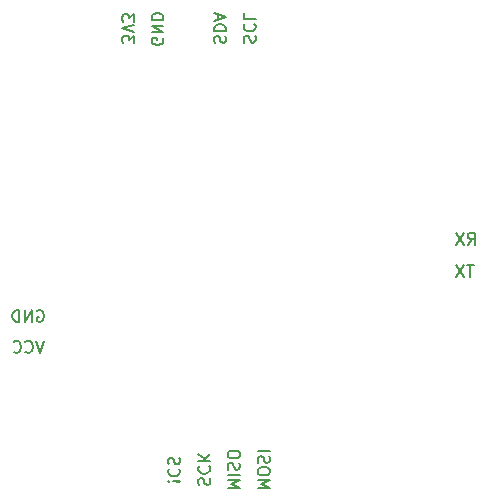
<source format=gbr>
G04 #@! TF.GenerationSoftware,KiCad,Pcbnew,(5.1.5)-3*
G04 #@! TF.CreationDate,2020-06-14T16:13:44+03:00*
G04 #@! TF.ProjectId,dev_board,6465765f-626f-4617-9264-2e6b69636164,rev?*
G04 #@! TF.SameCoordinates,Original*
G04 #@! TF.FileFunction,Legend,Bot*
G04 #@! TF.FilePolarity,Positive*
%FSLAX46Y46*%
G04 Gerber Fmt 4.6, Leading zero omitted, Abs format (unit mm)*
G04 Created by KiCad (PCBNEW (5.1.5)-3) date 2020-06-14 16:13:44*
%MOMM*%
%LPD*%
G04 APERTURE LIST*
%ADD10C,0.150000*%
G04 APERTURE END LIST*
D10*
X56347619Y-75271428D02*
X57347619Y-75271428D01*
X56633333Y-74938095D01*
X57347619Y-74604761D01*
X56347619Y-74604761D01*
X57347619Y-73938095D02*
X57347619Y-73747619D01*
X57300000Y-73652380D01*
X57204761Y-73557142D01*
X57014285Y-73509523D01*
X56680952Y-73509523D01*
X56490476Y-73557142D01*
X56395238Y-73652380D01*
X56347619Y-73747619D01*
X56347619Y-73938095D01*
X56395238Y-74033333D01*
X56490476Y-74128571D01*
X56680952Y-74176190D01*
X57014285Y-74176190D01*
X57204761Y-74128571D01*
X57300000Y-74033333D01*
X57347619Y-73938095D01*
X56395238Y-73128571D02*
X56347619Y-72985714D01*
X56347619Y-72747619D01*
X56395238Y-72652380D01*
X56442857Y-72604761D01*
X56538095Y-72557142D01*
X56633333Y-72557142D01*
X56728571Y-72604761D01*
X56776190Y-72652380D01*
X56823809Y-72747619D01*
X56871428Y-72938095D01*
X56919047Y-73033333D01*
X56966666Y-73080952D01*
X57061904Y-73128571D01*
X57157142Y-73128571D01*
X57252380Y-73080952D01*
X57300000Y-73033333D01*
X57347619Y-72938095D01*
X57347619Y-72700000D01*
X57300000Y-72557142D01*
X56347619Y-72128571D02*
X57347619Y-72128571D01*
X53797619Y-75271428D02*
X54797619Y-75271428D01*
X54083333Y-74938095D01*
X54797619Y-74604761D01*
X53797619Y-74604761D01*
X53797619Y-74128571D02*
X54797619Y-74128571D01*
X53845238Y-73700000D02*
X53797619Y-73557142D01*
X53797619Y-73319047D01*
X53845238Y-73223809D01*
X53892857Y-73176190D01*
X53988095Y-73128571D01*
X54083333Y-73128571D01*
X54178571Y-73176190D01*
X54226190Y-73223809D01*
X54273809Y-73319047D01*
X54321428Y-73509523D01*
X54369047Y-73604761D01*
X54416666Y-73652380D01*
X54511904Y-73700000D01*
X54607142Y-73700000D01*
X54702380Y-73652380D01*
X54750000Y-73604761D01*
X54797619Y-73509523D01*
X54797619Y-73271428D01*
X54750000Y-73128571D01*
X54797619Y-72509523D02*
X54797619Y-72319047D01*
X54750000Y-72223809D01*
X54654761Y-72128571D01*
X54464285Y-72080952D01*
X54130952Y-72080952D01*
X53940476Y-72128571D01*
X53845238Y-72223809D01*
X53797619Y-72319047D01*
X53797619Y-72509523D01*
X53845238Y-72604761D01*
X53940476Y-72700000D01*
X54130952Y-72747619D01*
X54464285Y-72747619D01*
X54654761Y-72700000D01*
X54750000Y-72604761D01*
X54797619Y-72509523D01*
X51345238Y-74985714D02*
X51297619Y-74842857D01*
X51297619Y-74604761D01*
X51345238Y-74509523D01*
X51392857Y-74461904D01*
X51488095Y-74414285D01*
X51583333Y-74414285D01*
X51678571Y-74461904D01*
X51726190Y-74509523D01*
X51773809Y-74604761D01*
X51821428Y-74795238D01*
X51869047Y-74890476D01*
X51916666Y-74938095D01*
X52011904Y-74985714D01*
X52107142Y-74985714D01*
X52202380Y-74938095D01*
X52250000Y-74890476D01*
X52297619Y-74795238D01*
X52297619Y-74557142D01*
X52250000Y-74414285D01*
X51392857Y-73414285D02*
X51345238Y-73461904D01*
X51297619Y-73604761D01*
X51297619Y-73700000D01*
X51345238Y-73842857D01*
X51440476Y-73938095D01*
X51535714Y-73985714D01*
X51726190Y-74033333D01*
X51869047Y-74033333D01*
X52059523Y-73985714D01*
X52154761Y-73938095D01*
X52250000Y-73842857D01*
X52297619Y-73700000D01*
X52297619Y-73604761D01*
X52250000Y-73461904D01*
X52202380Y-73414285D01*
X51297619Y-72985714D02*
X52297619Y-72985714D01*
X51297619Y-72414285D02*
X51869047Y-72842857D01*
X52297619Y-72414285D02*
X51726190Y-72985714D01*
X48842857Y-74676190D02*
X48795238Y-74628571D01*
X48747619Y-74676190D01*
X48795238Y-74723809D01*
X48842857Y-74676190D01*
X48747619Y-74676190D01*
X49128571Y-74676190D02*
X49700000Y-74723809D01*
X49747619Y-74676190D01*
X49700000Y-74628571D01*
X49128571Y-74676190D01*
X49747619Y-74676190D01*
X48842857Y-73628571D02*
X48795238Y-73676190D01*
X48747619Y-73819047D01*
X48747619Y-73914285D01*
X48795238Y-74057142D01*
X48890476Y-74152380D01*
X48985714Y-74200000D01*
X49176190Y-74247619D01*
X49319047Y-74247619D01*
X49509523Y-74200000D01*
X49604761Y-74152380D01*
X49700000Y-74057142D01*
X49747619Y-73914285D01*
X49747619Y-73819047D01*
X49700000Y-73676190D01*
X49652380Y-73628571D01*
X48795238Y-73247619D02*
X48747619Y-73104761D01*
X48747619Y-72866666D01*
X48795238Y-72771428D01*
X48842857Y-72723809D01*
X48938095Y-72676190D01*
X49033333Y-72676190D01*
X49128571Y-72723809D01*
X49176190Y-72771428D01*
X49223809Y-72866666D01*
X49271428Y-73057142D01*
X49319047Y-73152380D01*
X49366666Y-73200000D01*
X49461904Y-73247619D01*
X49557142Y-73247619D01*
X49652380Y-73200000D01*
X49700000Y-73152380D01*
X49747619Y-73057142D01*
X49747619Y-72819047D01*
X49700000Y-72676190D01*
X74611904Y-56352380D02*
X74040476Y-56352380D01*
X74326190Y-57352380D02*
X74326190Y-56352380D01*
X73802380Y-56352380D02*
X73135714Y-57352380D01*
X73135714Y-56352380D02*
X73802380Y-57352380D01*
X74116666Y-54652380D02*
X74450000Y-54176190D01*
X74688095Y-54652380D02*
X74688095Y-53652380D01*
X74307142Y-53652380D01*
X74211904Y-53700000D01*
X74164285Y-53747619D01*
X74116666Y-53842857D01*
X74116666Y-53985714D01*
X74164285Y-54080952D01*
X74211904Y-54128571D01*
X74307142Y-54176190D01*
X74688095Y-54176190D01*
X73783333Y-53652380D02*
X73116666Y-54652380D01*
X73116666Y-53652380D02*
X73783333Y-54652380D01*
X38233333Y-62802380D02*
X37900000Y-63802380D01*
X37566666Y-62802380D01*
X36661904Y-63707142D02*
X36709523Y-63754761D01*
X36852380Y-63802380D01*
X36947619Y-63802380D01*
X37090476Y-63754761D01*
X37185714Y-63659523D01*
X37233333Y-63564285D01*
X37280952Y-63373809D01*
X37280952Y-63230952D01*
X37233333Y-63040476D01*
X37185714Y-62945238D01*
X37090476Y-62850000D01*
X36947619Y-62802380D01*
X36852380Y-62802380D01*
X36709523Y-62850000D01*
X36661904Y-62897619D01*
X35661904Y-63707142D02*
X35709523Y-63754761D01*
X35852380Y-63802380D01*
X35947619Y-63802380D01*
X36090476Y-63754761D01*
X36185714Y-63659523D01*
X36233333Y-63564285D01*
X36280952Y-63373809D01*
X36280952Y-63230952D01*
X36233333Y-63040476D01*
X36185714Y-62945238D01*
X36090476Y-62850000D01*
X35947619Y-62802380D01*
X35852380Y-62802380D01*
X35709523Y-62850000D01*
X35661904Y-62897619D01*
X37661904Y-60250000D02*
X37757142Y-60202380D01*
X37900000Y-60202380D01*
X38042857Y-60250000D01*
X38138095Y-60345238D01*
X38185714Y-60440476D01*
X38233333Y-60630952D01*
X38233333Y-60773809D01*
X38185714Y-60964285D01*
X38138095Y-61059523D01*
X38042857Y-61154761D01*
X37900000Y-61202380D01*
X37804761Y-61202380D01*
X37661904Y-61154761D01*
X37614285Y-61107142D01*
X37614285Y-60773809D01*
X37804761Y-60773809D01*
X37185714Y-61202380D02*
X37185714Y-60202380D01*
X36614285Y-61202380D01*
X36614285Y-60202380D01*
X36138095Y-61202380D02*
X36138095Y-60202380D01*
X35900000Y-60202380D01*
X35757142Y-60250000D01*
X35661904Y-60345238D01*
X35614285Y-60440476D01*
X35566666Y-60630952D01*
X35566666Y-60773809D01*
X35614285Y-60964285D01*
X35661904Y-61059523D01*
X35757142Y-61154761D01*
X35900000Y-61202380D01*
X36138095Y-61202380D01*
X55195238Y-37540476D02*
X55147619Y-37397619D01*
X55147619Y-37159523D01*
X55195238Y-37064285D01*
X55242857Y-37016666D01*
X55338095Y-36969047D01*
X55433333Y-36969047D01*
X55528571Y-37016666D01*
X55576190Y-37064285D01*
X55623809Y-37159523D01*
X55671428Y-37350000D01*
X55719047Y-37445238D01*
X55766666Y-37492857D01*
X55861904Y-37540476D01*
X55957142Y-37540476D01*
X56052380Y-37492857D01*
X56100000Y-37445238D01*
X56147619Y-37350000D01*
X56147619Y-37111904D01*
X56100000Y-36969047D01*
X55242857Y-35969047D02*
X55195238Y-36016666D01*
X55147619Y-36159523D01*
X55147619Y-36254761D01*
X55195238Y-36397619D01*
X55290476Y-36492857D01*
X55385714Y-36540476D01*
X55576190Y-36588095D01*
X55719047Y-36588095D01*
X55909523Y-36540476D01*
X56004761Y-36492857D01*
X56100000Y-36397619D01*
X56147619Y-36254761D01*
X56147619Y-36159523D01*
X56100000Y-36016666D01*
X56052380Y-35969047D01*
X55147619Y-35064285D02*
X55147619Y-35540476D01*
X56147619Y-35540476D01*
X52695238Y-37564285D02*
X52647619Y-37421428D01*
X52647619Y-37183333D01*
X52695238Y-37088095D01*
X52742857Y-37040476D01*
X52838095Y-36992857D01*
X52933333Y-36992857D01*
X53028571Y-37040476D01*
X53076190Y-37088095D01*
X53123809Y-37183333D01*
X53171428Y-37373809D01*
X53219047Y-37469047D01*
X53266666Y-37516666D01*
X53361904Y-37564285D01*
X53457142Y-37564285D01*
X53552380Y-37516666D01*
X53600000Y-37469047D01*
X53647619Y-37373809D01*
X53647619Y-37135714D01*
X53600000Y-36992857D01*
X52647619Y-36564285D02*
X53647619Y-36564285D01*
X53647619Y-36326190D01*
X53600000Y-36183333D01*
X53504761Y-36088095D01*
X53409523Y-36040476D01*
X53219047Y-35992857D01*
X53076190Y-35992857D01*
X52885714Y-36040476D01*
X52790476Y-36088095D01*
X52695238Y-36183333D01*
X52647619Y-36326190D01*
X52647619Y-36564285D01*
X52933333Y-35611904D02*
X52933333Y-35135714D01*
X52647619Y-35707142D02*
X53647619Y-35373809D01*
X52647619Y-35040476D01*
X48300000Y-37161904D02*
X48347619Y-37257142D01*
X48347619Y-37400000D01*
X48300000Y-37542857D01*
X48204761Y-37638095D01*
X48109523Y-37685714D01*
X47919047Y-37733333D01*
X47776190Y-37733333D01*
X47585714Y-37685714D01*
X47490476Y-37638095D01*
X47395238Y-37542857D01*
X47347619Y-37400000D01*
X47347619Y-37304761D01*
X47395238Y-37161904D01*
X47442857Y-37114285D01*
X47776190Y-37114285D01*
X47776190Y-37304761D01*
X47347619Y-36685714D02*
X48347619Y-36685714D01*
X47347619Y-36114285D01*
X48347619Y-36114285D01*
X47347619Y-35638095D02*
X48347619Y-35638095D01*
X48347619Y-35400000D01*
X48300000Y-35257142D01*
X48204761Y-35161904D01*
X48109523Y-35114285D01*
X47919047Y-35066666D01*
X47776190Y-35066666D01*
X47585714Y-35114285D01*
X47490476Y-35161904D01*
X47395238Y-35257142D01*
X47347619Y-35400000D01*
X47347619Y-35638095D01*
X45847619Y-37588095D02*
X45847619Y-36969047D01*
X45466666Y-37302380D01*
X45466666Y-37159523D01*
X45419047Y-37064285D01*
X45371428Y-37016666D01*
X45276190Y-36969047D01*
X45038095Y-36969047D01*
X44942857Y-37016666D01*
X44895238Y-37064285D01*
X44847619Y-37159523D01*
X44847619Y-37445238D01*
X44895238Y-37540476D01*
X44942857Y-37588095D01*
X45847619Y-36683333D02*
X44847619Y-36350000D01*
X45847619Y-36016666D01*
X45847619Y-35778571D02*
X45847619Y-35159523D01*
X45466666Y-35492857D01*
X45466666Y-35350000D01*
X45419047Y-35254761D01*
X45371428Y-35207142D01*
X45276190Y-35159523D01*
X45038095Y-35159523D01*
X44942857Y-35207142D01*
X44895238Y-35254761D01*
X44847619Y-35350000D01*
X44847619Y-35635714D01*
X44895238Y-35730952D01*
X44942857Y-35778571D01*
M02*

</source>
